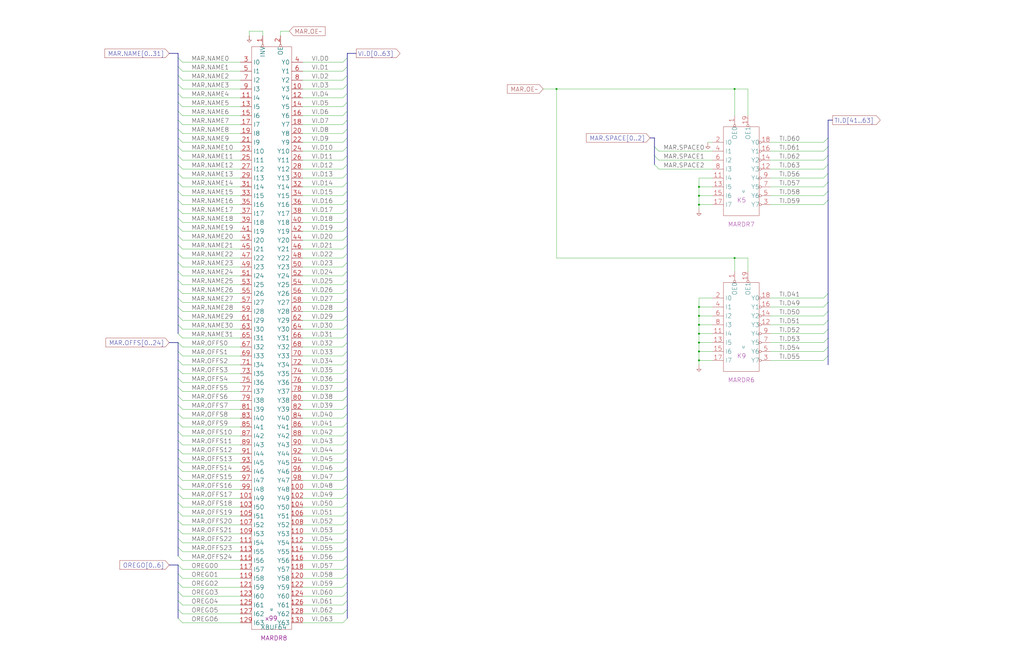
<source format=kicad_sch>
(kicad_sch (version 20220404) (generator eeschema)
  (paper "User" 584.2 378.46)
  (title_block (title "READ MAR DRIVER") (date "20-MAR-90") (rev "1.0") (comment 1 "FIU") (comment 2 "232-003065") (comment 3 "S400") (comment 4 "RELEASED"))
  (lib_symbols
    (symbol "r1000:F240" (pin_names (offset 1.016))
      (property "Reference" "U" (at 2.54 5.08 0))
      (property "Value" "F240" (at -3.81 -7.62 0))
      (property "Location" "___" (at -1.27 0 0))
      (property "Name" "______" (at 1.27 -15.24 0))
      (symbol "F240_1_1"
        (rectangle (start -8.89 41.91) (end 11.43 -8.89))
        (circle (center -2.54 42.545) (radius 0.635))
        (circle (center 5.08 42.545) (radius 0.635))
        (circle (center 12.065 -2.54) (radius 0.635))
        (circle (center 12.065 2.54) (radius 0.635))
        (circle (center 12.065 7.62) (radius 0.635))
        (circle (center 12.065 12.7) (radius 0.635))
        (circle (center 12.065 17.78) (radius 0.635))
        (circle (center 12.065 22.86) (radius 0.635))
        (circle (center 12.065 27.94) (radius 0.635))
        (circle (center 12.065 33.02) (radius 0.635))
        (pin input line (at -2.54 48.26 270) (length 5.08) (name "OE0") (number "1"))
        (pin input line (at -15.24 12.7 0) (length 6.35) (name "I4") (number "11"))
        (pin tri_state line (at 17.78 17.78 180) (length 5.08) (name "Y3") (number "12"))
        (pin input line (at -15.24 7.62 0) (length 6.35) (name "I5") (number "13"))
        (pin tri_state line (at 17.78 22.86 180) (length 5.08) (name "Y2") (number "14"))
        (pin input line (at -15.24 2.54 0) (length 6.35) (name "I6") (number "15"))
        (pin tri_state line (at 17.78 27.94 180) (length 5.08) (name "Y1") (number "16"))
        (pin input line (at -15.24 -2.54 0) (length 6.35) (name "I7") (number "17"))
        (pin tri_state line (at 17.78 33.02 180) (length 5.08) (name "Y0") (number "18"))
        (pin input line (at 5.08 48.26 270) (length 5.08) (name "OE1") (number "19"))
        (pin input line (at -15.24 33.02 0) (length 6.35) (name "I0") (number "2"))
        (pin tri_state line (at 17.78 -2.54 180) (length 5.08) (name "Y7") (number "3"))
        (pin input line (at -15.24 27.94 0) (length 6.35) (name "I1") (number "4"))
        (pin tri_state line (at 17.78 2.54 180) (length 5.08) (name "Y6") (number "5"))
        (pin input line (at -15.24 22.86 0) (length 6.35) (name "I2") (number "6"))
        (pin tri_state line (at 17.78 7.62 180) (length 5.08) (name "Y5") (number "7"))
        (pin input line (at -15.24 17.78 0) (length 6.35) (name "I3") (number "8"))
        (pin tri_state line (at 17.78 12.7 180) (length 5.08) (name "Y4") (number "9"))
      )
    )
    (symbol "r1000:PD" (power) (pin_numbers hide) (pin_names hide) (in_bom no)
      (symbol "PD_0_1"
        (polyline (pts (xy 0 -2.54) (xy 1.27 -2.54) (xy 0 -3.81) (xy -1.27 -2.54) (xy 0 -2.54)) (stroke (width 0.1524)))
      )
      (symbol "PD_1_1"
        (pin power_in line (at 0 0 270) (length 2.54) (name "PD") (number "1"))
      )
    )
    (symbol "r1000:XBUF64" (pin_names (offset 1.016))
      (property "Reference" "U" (at 2.54 5.08 0))
      (property "Value" "XBUF64" (at -3.81 -5.08 0))
      (property "Location" "___" (at -1.27 0 0))
      (property "Name" "______" (at 3.81 -12.7 0))
      (symbol "XBUF64_1_1"
        (rectangle (start -8.89 326.39) (end 13.97 -6.35))
        (circle (center -2.54 327.025) (radius 0.635))
        (circle (center 7.62 327.025) (radius 0.635))
        (pin input line (at -2.54 332.74 270) (length 5.08) (name "INV") (number "1"))
        (pin tri_state line (at 20.32 302.26 180) (length 6.35) (name "Y3") (number "10"))
        (pin tri_state line (at 20.32 73.66 180) (length 6.35) (name "Y48") (number "100"))
        (pin input line (at -15.24 68.58 0) (length 6.35) (name "I49") (number "101"))
        (pin tri_state line (at 20.32 68.58 180) (length 6.35) (name "Y49") (number "102"))
        (pin input line (at -15.24 63.5 0) (length 6.35) (name "I50") (number "103"))
        (pin tri_state line (at 20.32 63.5 180) (length 6.35) (name "Y50") (number "104"))
        (pin input line (at -15.24 58.42 0) (length 6.35) (name "I51") (number "105"))
        (pin tri_state line (at 20.32 58.42 180) (length 6.35) (name "Y51") (number "106"))
        (pin input line (at -15.24 53.34 0) (length 6.35) (name "I52") (number "107"))
        (pin tri_state line (at 20.32 53.34 180) (length 6.35) (name "Y52") (number "108"))
        (pin input line (at -15.24 48.26 0) (length 6.35) (name "I53") (number "109"))
        (pin input line (at -15.24 297.18 0) (length 6.35) (name "I4") (number "11"))
        (pin tri_state line (at 20.32 48.26 180) (length 6.35) (name "Y53") (number "110"))
        (pin input line (at -15.24 43.18 0) (length 6.35) (name "I54") (number "111"))
        (pin tri_state line (at 20.32 43.18 180) (length 6.35) (name "Y54") (number "112"))
        (pin input line (at -15.24 38.1 0) (length 6.35) (name "I55") (number "113"))
        (pin tri_state line (at 20.32 38.1 180) (length 6.35) (name "Y55") (number "114"))
        (pin input line (at -15.24 33.02 0) (length 6.35) (name "I56") (number "115"))
        (pin tri_state line (at 20.32 33.02 180) (length 6.35) (name "Y56") (number "116"))
        (pin input line (at -15.24 27.94 0) (length 6.35) (name "I57") (number "117"))
        (pin tri_state line (at 20.32 27.94 180) (length 6.35) (name "Y57") (number "118"))
        (pin input line (at -15.24 22.86 0) (length 6.35) (name "I58") (number "119"))
        (pin tri_state line (at 20.32 297.18 180) (length 6.35) (name "Y4") (number "12"))
        (pin tri_state line (at 20.32 22.86 180) (length 6.35) (name "Y58") (number "120"))
        (pin input line (at -15.24 17.78 0) (length 6.35) (name "I59") (number "121"))
        (pin tri_state line (at 20.32 17.78 180) (length 6.35) (name "Y59") (number "122"))
        (pin input line (at -15.24 12.7 0) (length 6.35) (name "I60") (number "123"))
        (pin tri_state line (at 20.32 12.7 180) (length 6.35) (name "Y60") (number "124"))
        (pin input line (at -15.24 7.62 0) (length 6.35) (name "I61") (number "125"))
        (pin tri_state line (at 20.32 7.62 180) (length 6.35) (name "Y61") (number "126"))
        (pin input line (at -15.24 2.54 0) (length 6.35) (name "I62") (number "127"))
        (pin tri_state line (at 20.32 2.54 180) (length 6.35) (name "Y62") (number "128"))
        (pin input line (at -15.24 -2.54 0) (length 6.35) (name "I63") (number "129"))
        (pin input line (at -15.24 292.1 0) (length 6.35) (name "I5") (number "13"))
        (pin tri_state line (at 20.32 -2.54 180) (length 6.35) (name "Y63") (number "130"))
        (pin tri_state line (at 20.32 292.1 180) (length 6.35) (name "Y5") (number "14"))
        (pin input line (at -15.24 287.02 0) (length 6.35) (name "I6") (number "15"))
        (pin tri_state line (at 20.32 287.02 180) (length 6.35) (name "Y6") (number "16"))
        (pin input line (at -15.24 281.94 0) (length 6.35) (name "I7") (number "17"))
        (pin tri_state line (at 20.32 281.94 180) (length 6.35) (name "Y7") (number "18"))
        (pin input line (at -15.24 276.86 0) (length 6.35) (name "I8") (number "19"))
        (pin input line (at 7.62 332.74 270) (length 5.08) (name "OE") (number "2"))
        (pin tri_state line (at 20.32 276.86 180) (length 6.35) (name "Y8") (number "20"))
        (pin input line (at -15.24 271.78 0) (length 6.35) (name "I9") (number "21"))
        (pin tri_state line (at 20.32 271.78 180) (length 6.35) (name "Y9") (number "22"))
        (pin input line (at -15.24 266.7 0) (length 6.35) (name "I10") (number "23"))
        (pin tri_state line (at 20.32 266.7 180) (length 6.35) (name "Y10") (number "24"))
        (pin input line (at -15.24 261.62 0) (length 6.35) (name "I11") (number "25"))
        (pin tri_state line (at 20.32 261.62 180) (length 6.35) (name "Y11") (number "26"))
        (pin input line (at -15.24 256.54 0) (length 6.35) (name "I12") (number "27"))
        (pin tri_state line (at 20.32 256.54 180) (length 6.35) (name "Y12") (number "28"))
        (pin input line (at -15.24 251.46 0) (length 6.35) (name "I13") (number "29"))
        (pin input line (at -15.24 317.5 0) (length 6.35) (name "I0") (number "3"))
        (pin tri_state line (at 20.32 251.46 180) (length 6.35) (name "Y13") (number "30"))
        (pin input line (at -15.24 246.38 0) (length 6.35) (name "I14") (number "31"))
        (pin tri_state line (at 20.32 246.38 180) (length 6.35) (name "Y14") (number "32"))
        (pin input line (at -15.24 241.3 0) (length 6.35) (name "I15") (number "33"))
        (pin tri_state line (at 20.32 241.3 180) (length 6.35) (name "Y15") (number "34"))
        (pin input line (at -15.24 236.22 0) (length 6.35) (name "I16") (number "35"))
        (pin tri_state line (at 20.32 236.22 180) (length 6.35) (name "Y16") (number "36"))
        (pin input line (at -15.24 231.14 0) (length 6.35) (name "I17") (number "37"))
        (pin tri_state line (at 20.32 231.14 180) (length 6.35) (name "Y17") (number "38"))
        (pin input line (at -15.24 226.06 0) (length 6.35) (name "I18") (number "39"))
        (pin tri_state line (at 20.32 317.5 180) (length 6.35) (name "Y0") (number "4"))
        (pin tri_state line (at 20.32 226.06 180) (length 6.35) (name "Y18") (number "40"))
        (pin input line (at -15.24 220.98 0) (length 6.35) (name "I19") (number "41"))
        (pin tri_state line (at 20.32 220.98 180) (length 6.35) (name "Y19") (number "42"))
        (pin input line (at -15.24 215.9 0) (length 6.35) (name "I20") (number "43"))
        (pin tri_state line (at 20.32 215.9 180) (length 6.35) (name "Y20") (number "44"))
        (pin input line (at -15.24 210.82 0) (length 6.35) (name "I21") (number "45"))
        (pin tri_state line (at 20.32 210.82 180) (length 6.35) (name "Y21") (number "46"))
        (pin input line (at -15.24 205.74 0) (length 6.35) (name "I22") (number "47"))
        (pin tri_state line (at 20.32 205.74 180) (length 6.35) (name "Y22") (number "48"))
        (pin input line (at -15.24 200.66 0) (length 6.35) (name "I23") (number "49"))
        (pin input line (at -15.24 312.42 0) (length 6.35) (name "I1") (number "5"))
        (pin tri_state line (at 20.32 200.66 180) (length 6.35) (name "Y23") (number "50"))
        (pin input line (at -15.24 195.58 0) (length 6.35) (name "I24") (number "51"))
        (pin tri_state line (at 20.32 195.58 180) (length 6.35) (name "Y24") (number "52"))
        (pin input line (at -15.24 190.5 0) (length 6.35) (name "I25") (number "53"))
        (pin tri_state line (at 20.32 190.5 180) (length 6.35) (name "Y25") (number "54"))
        (pin input line (at -15.24 185.42 0) (length 6.35) (name "I26") (number "55"))
        (pin tri_state line (at 20.32 185.42 180) (length 6.35) (name "Y26") (number "56"))
        (pin input line (at -15.24 180.34 0) (length 6.35) (name "I27") (number "57"))
        (pin tri_state line (at 20.32 180.34 180) (length 6.35) (name "Y27") (number "58"))
        (pin input line (at -15.24 175.26 0) (length 6.35) (name "I28") (number "59"))
        (pin tri_state line (at 20.32 312.42 180) (length 6.35) (name "Y1") (number "6"))
        (pin tri_state line (at 20.32 175.26 180) (length 6.35) (name "Y28") (number "60"))
        (pin input line (at -15.24 170.18 0) (length 6.35) (name "I29") (number "61"))
        (pin tri_state line (at 20.32 170.18 180) (length 6.35) (name "Y29") (number "62"))
        (pin input line (at -15.24 165.1 0) (length 6.35) (name "I30") (number "63"))
        (pin tri_state line (at 20.32 165.1 180) (length 6.35) (name "Y30") (number "64"))
        (pin input line (at -15.24 160.02 0) (length 6.35) (name "I31") (number "65"))
        (pin tri_state line (at 20.32 160.02 180) (length 6.35) (name "Y31") (number "66"))
        (pin input line (at -15.24 154.94 0) (length 6.35) (name "I32") (number "67"))
        (pin tri_state line (at 20.32 154.94 180) (length 6.35) (name "Y32") (number "68"))
        (pin input line (at -15.24 149.86 0) (length 6.35) (name "I33") (number "69"))
        (pin input line (at -15.24 307.34 0) (length 6.35) (name "I2") (number "7"))
        (pin tri_state line (at 20.32 149.86 180) (length 6.35) (name "Y33") (number "70"))
        (pin input line (at -15.24 144.78 0) (length 6.35) (name "I34") (number "71"))
        (pin tri_state line (at 20.32 144.78 180) (length 6.35) (name "Y34") (number "72"))
        (pin input line (at -15.24 139.7 0) (length 6.35) (name "I35") (number "73"))
        (pin tri_state line (at 20.32 139.7 180) (length 6.35) (name "Y35") (number "74"))
        (pin input line (at -15.24 134.62 0) (length 6.35) (name "I36") (number "75"))
        (pin tri_state line (at 20.32 134.62 180) (length 6.35) (name "Y36") (number "76"))
        (pin input line (at -15.24 129.54 0) (length 6.35) (name "I37") (number "77"))
        (pin tri_state line (at 20.32 129.54 180) (length 6.35) (name "Y37") (number "78"))
        (pin input line (at -15.24 124.46 0) (length 6.35) (name "I38") (number "79"))
        (pin tri_state line (at 20.32 307.34 180) (length 6.35) (name "Y2") (number "8"))
        (pin tri_state line (at 20.32 124.46 180) (length 6.35) (name "Y38") (number "80"))
        (pin input line (at -15.24 119.38 0) (length 6.35) (name "I39") (number "81"))
        (pin tri_state line (at 20.32 119.38 180) (length 6.35) (name "Y39") (number "82"))
        (pin input line (at -15.24 114.3 0) (length 6.35) (name "I40") (number "83"))
        (pin tri_state line (at 20.32 114.3 180) (length 6.35) (name "Y40") (number "84"))
        (pin input line (at -15.24 109.22 0) (length 6.35) (name "I41") (number "85"))
        (pin tri_state line (at 20.32 109.22 180) (length 6.35) (name "Y41") (number "86"))
        (pin input line (at -15.24 104.14 0) (length 6.35) (name "I42") (number "87"))
        (pin tri_state line (at 20.32 104.14 180) (length 6.35) (name "Y42") (number "88"))
        (pin input line (at -15.24 99.06 0) (length 6.35) (name "I43") (number "89"))
        (pin input line (at -15.24 302.26 0) (length 6.35) (name "I3") (number "9"))
        (pin tri_state line (at 20.32 99.06 180) (length 6.35) (name "Y43") (number "90"))
        (pin input line (at -15.24 93.98 0) (length 6.35) (name "I44") (number "91"))
        (pin tri_state line (at 20.32 93.98 180) (length 6.35) (name "Y44") (number "92"))
        (pin input line (at -15.24 88.9 0) (length 6.35) (name "I45") (number "93"))
        (pin tri_state line (at 20.32 88.9 180) (length 6.35) (name "Y45") (number "94"))
        (pin input line (at -15.24 83.82 0) (length 6.35) (name "I46") (number "95"))
        (pin tri_state line (at 20.32 83.82 180) (length 6.35) (name "Y46") (number "96"))
        (pin input line (at -15.24 78.74 0) (length 6.35) (name "I47") (number "97"))
        (pin tri_state line (at 20.32 78.74 180) (length 6.35) (name "Y47") (number "98"))
        (pin input line (at -15.24 73.66 0) (length 6.35) (name "I48") (number "99"))
      )
    )
  )
  (junction (at 398.78 195.58))
  (junction (at 398.78 116.84))
  (junction (at 398.78 200.66))
  (junction (at 398.78 106.68))
  (junction (at 317.5 50.8))
  (junction (at 398.78 175.26))
  (junction (at 398.78 111.76))
  (junction (at 398.78 205.74))
  (junction (at 419.1 50.8))
  (junction (at 398.78 185.42))
  (junction (at 398.78 190.5))
  (junction (at 419.1 147.32))
  (junction (at 398.78 180.34))
  (bus_entry (at 101.6 154.94) (size 2.54 2.54))
  (bus_entry (at 198.12 256.54) (size -2.54 2.54))
  (bus_entry (at 198.12 185.42) (size -2.54 2.54))
  (bus_entry (at 198.12 322.58) (size -2.54 2.54))
  (bus_entry (at 198.12 78.74) (size -2.54 2.54))
  (bus_entry (at 472.44 83.82) (size -2.54 2.54))
  (bus_entry (at 101.6 246.38) (size 2.54 2.54))
  (bus_entry (at 101.6 347.98) (size 2.54 2.54))
  (bus_entry (at 198.12 292.1) (size -2.54 2.54))
  (bus_entry (at 101.6 73.66) (size 2.54 2.54))
  (bus_entry (at 101.6 88.9) (size 2.54 2.54))
  (bus_entry (at 101.6 114.3) (size 2.54 2.54))
  (bus_entry (at 198.12 266.7) (size -2.54 2.54))
  (bus_entry (at 101.6 302.26) (size 2.54 2.54))
  (bus_entry (at 101.6 139.7) (size 2.54 2.54))
  (bus_entry (at 101.6 236.22) (size 2.54 2.54))
  (bus_entry (at 101.6 63.5) (size 2.54 2.54))
  (bus_entry (at 198.12 317.5) (size -2.54 2.54))
  (bus_entry (at 472.44 104.14) (size -2.54 2.54))
  (bus_entry (at 198.12 119.38) (size -2.54 2.54))
  (bus_entry (at 198.12 104.14) (size -2.54 2.54))
  (bus_entry (at 101.6 170.18) (size 2.54 2.54))
  (bus_entry (at 198.12 129.54) (size -2.54 2.54))
  (bus_entry (at 101.6 307.34) (size 2.54 2.54))
  (bus_entry (at 101.6 317.5) (size 2.54 2.54))
  (bus_entry (at 101.6 175.26) (size 2.54 2.54))
  (bus_entry (at 101.6 195.58) (size 2.54 2.54))
  (bus_entry (at 198.12 307.34) (size -2.54 2.54))
  (bus_entry (at 472.44 172.72) (size -2.54 2.54))
  (bus_entry (at 198.12 43.18) (size -2.54 2.54))
  (bus_entry (at 198.12 210.82) (size -2.54 2.54))
  (bus_entry (at 198.12 109.22) (size -2.54 2.54))
  (bus_entry (at 101.6 297.18) (size 2.54 2.54))
  (bus_entry (at 373.38 83.82) (size 2.54 2.54))
  (bus_entry (at 101.6 119.38) (size 2.54 2.54))
  (bus_entry (at 101.6 226.06) (size 2.54 2.54))
  (bus_entry (at 198.12 312.42) (size -2.54 2.54))
  (bus_entry (at 101.6 180.34) (size 2.54 2.54))
  (bus_entry (at 198.12 38.1) (size -2.54 2.54))
  (bus_entry (at 472.44 198.12) (size -2.54 2.54))
  (bus_entry (at 198.12 99.06) (size -2.54 2.54))
  (bus_entry (at 101.6 215.9) (size 2.54 2.54))
  (bus_entry (at 101.6 342.9) (size 2.54 2.54))
  (bus_entry (at 472.44 177.8) (size -2.54 2.54))
  (bus_entry (at 101.6 353.06) (size 2.54 2.54))
  (bus_entry (at 198.12 215.9) (size -2.54 2.54))
  (bus_entry (at 373.38 88.9) (size 2.54 2.54))
  (bus_entry (at 198.12 48.26) (size -2.54 2.54))
  (bus_entry (at 101.6 200.66) (size 2.54 2.54))
  (bus_entry (at 101.6 266.7) (size 2.54 2.54))
  (bus_entry (at 101.6 33.02) (size 2.54 2.54))
  (bus_entry (at 198.12 63.5) (size -2.54 2.54))
  (bus_entry (at 101.6 220.98) (size 2.54 2.54))
  (bus_entry (at 198.12 33.02) (size -2.54 2.54))
  (bus_entry (at 198.12 144.78) (size -2.54 2.54))
  (bus_entry (at 198.12 93.98) (size -2.54 2.54))
  (bus_entry (at 101.6 281.94) (size 2.54 2.54))
  (bus_entry (at 198.12 134.62) (size -2.54 2.54))
  (bus_entry (at 198.12 195.58) (size -2.54 2.54))
  (bus_entry (at 101.6 241.3) (size 2.54 2.54))
  (bus_entry (at 472.44 193.04) (size -2.54 2.54))
  (bus_entry (at 198.12 139.7) (size -2.54 2.54))
  (bus_entry (at 101.6 38.1) (size 2.54 2.54))
  (bus_entry (at 198.12 337.82) (size -2.54 2.54))
  (bus_entry (at 101.6 109.22) (size 2.54 2.54))
  (bus_entry (at 198.12 226.06) (size -2.54 2.54))
  (bus_entry (at 198.12 190.5) (size -2.54 2.54))
  (bus_entry (at 198.12 83.82) (size -2.54 2.54))
  (bus_entry (at 198.12 165.1) (size -2.54 2.54))
  (bus_entry (at 101.6 205.74) (size 2.54 2.54))
  (bus_entry (at 472.44 88.9) (size -2.54 2.54))
  (bus_entry (at 101.6 251.46) (size 2.54 2.54))
  (bus_entry (at 472.44 93.98) (size -2.54 2.54))
  (bus_entry (at 198.12 231.14) (size -2.54 2.54))
  (bus_entry (at 101.6 124.46) (size 2.54 2.54))
  (bus_entry (at 472.44 187.96) (size -2.54 2.54))
  (bus_entry (at 101.6 144.78) (size 2.54 2.54))
  (bus_entry (at 101.6 160.02) (size 2.54 2.54))
  (bus_entry (at 198.12 271.78) (size -2.54 2.54))
  (bus_entry (at 101.6 185.42) (size 2.54 2.54))
  (bus_entry (at 198.12 276.86) (size -2.54 2.54))
  (bus_entry (at 101.6 271.78) (size 2.54 2.54))
  (bus_entry (at 101.6 93.98) (size 2.54 2.54))
  (bus_entry (at 101.6 327.66) (size 2.54 2.54))
  (bus_entry (at 198.12 58.42) (size -2.54 2.54))
  (bus_entry (at 101.6 83.82) (size 2.54 2.54))
  (bus_entry (at 101.6 210.82) (size 2.54 2.54))
  (bus_entry (at 198.12 160.02) (size -2.54 2.54))
  (bus_entry (at 198.12 261.62) (size -2.54 2.54))
  (bus_entry (at 101.6 58.42) (size 2.54 2.54))
  (bus_entry (at 101.6 292.1) (size 2.54 2.54))
  (bus_entry (at 101.6 149.86) (size 2.54 2.54))
  (bus_entry (at 101.6 104.14) (size 2.54 2.54))
  (bus_entry (at 198.12 332.74) (size -2.54 2.54))
  (bus_entry (at 198.12 220.98) (size -2.54 2.54))
  (bus_entry (at 101.6 129.54) (size 2.54 2.54))
  (bus_entry (at 198.12 246.38) (size -2.54 2.54))
  (bus_entry (at 198.12 287.02) (size -2.54 2.54))
  (bus_entry (at 101.6 68.58) (size 2.54 2.54))
  (bus_entry (at 101.6 43.18) (size 2.54 2.54))
  (bus_entry (at 101.6 231.14) (size 2.54 2.54))
  (bus_entry (at 198.12 297.18) (size -2.54 2.54))
  (bus_entry (at 198.12 353.06) (size -2.54 2.54))
  (bus_entry (at 198.12 241.3) (size -2.54 2.54))
  (bus_entry (at 198.12 200.66) (size -2.54 2.54))
  (bus_entry (at 198.12 88.9) (size -2.54 2.54))
  (bus_entry (at 198.12 302.26) (size -2.54 2.54))
  (bus_entry (at 198.12 236.22) (size -2.54 2.54))
  (bus_entry (at 472.44 109.22) (size -2.54 2.54))
  (bus_entry (at 101.6 322.58) (size 2.54 2.54))
  (bus_entry (at 101.6 312.42) (size 2.54 2.54))
  (bus_entry (at 198.12 124.46) (size -2.54 2.54))
  (bus_entry (at 472.44 182.88) (size -2.54 2.54))
  (bus_entry (at 101.6 337.82) (size 2.54 2.54))
  (bus_entry (at 198.12 53.34) (size -2.54 2.54))
  (bus_entry (at 101.6 53.34) (size 2.54 2.54))
  (bus_entry (at 101.6 78.74) (size 2.54 2.54))
  (bus_entry (at 472.44 114.3) (size -2.54 2.54))
  (bus_entry (at 198.12 251.46) (size -2.54 2.54))
  (bus_entry (at 101.6 276.86) (size 2.54 2.54))
  (bus_entry (at 101.6 190.5) (size 2.54 2.54))
  (bus_entry (at 101.6 256.54) (size 2.54 2.54))
  (bus_entry (at 198.12 68.58) (size -2.54 2.54))
  (bus_entry (at 198.12 205.74) (size -2.54 2.54))
  (bus_entry (at 198.12 175.26) (size -2.54 2.54))
  (bus_entry (at 101.6 165.1) (size 2.54 2.54))
  (bus_entry (at 198.12 170.18) (size -2.54 2.54))
  (bus_entry (at 101.6 332.74) (size 2.54 2.54))
  (bus_entry (at 472.44 203.2) (size -2.54 2.54))
  (bus_entry (at 198.12 149.86) (size -2.54 2.54))
  (bus_entry (at 198.12 180.34) (size -2.54 2.54))
  (bus_entry (at 101.6 287.02) (size 2.54 2.54))
  (bus_entry (at 198.12 327.66) (size -2.54 2.54))
  (bus_entry (at 472.44 99.06) (size -2.54 2.54))
  (bus_entry (at 198.12 347.98) (size -2.54 2.54))
  (bus_entry (at 472.44 167.64) (size -2.54 2.54))
  (bus_entry (at 198.12 342.9) (size -2.54 2.54))
  (bus_entry (at 198.12 73.66) (size -2.54 2.54))
  (bus_entry (at 101.6 48.26) (size 2.54 2.54))
  (bus_entry (at 198.12 114.3) (size -2.54 2.54))
  (bus_entry (at 101.6 99.06) (size 2.54 2.54))
  (bus_entry (at 198.12 281.94) (size -2.54 2.54))
  (bus_entry (at 101.6 261.62) (size 2.54 2.54))
  (bus_entry (at 373.38 93.98) (size 2.54 2.54))
  (bus_entry (at 472.44 78.74) (size -2.54 2.54))
  (bus_entry (at 101.6 134.62) (size 2.54 2.54))
  (bus_entry (at 198.12 154.94) (size -2.54 2.54))
  (wire (pts (xy 172.72 162.56) (xy 195.58 162.56)))
  (bus (pts (xy 101.6 287.02) (xy 101.6 292.1)))
  (bus (pts (xy 198.12 236.22) (xy 198.12 241.3)))
  (wire (pts (xy 172.72 299.72) (xy 195.58 299.72)))
  (wire (pts (xy 104.14 162.56) (xy 137.16 162.56)))
  (wire (pts (xy 195.58 91.44) (xy 172.72 91.44)))
  (wire (pts (xy 104.14 111.76) (xy 137.16 111.76)))
  (wire (pts (xy 172.72 289.56) (xy 195.58 289.56)))
  (bus (pts (xy 472.44 187.96) (xy 472.44 193.04)))
  (wire (pts (xy 398.78 106.68) (xy 398.78 111.76)))
  (bus (pts (xy 101.6 73.66) (xy 101.6 78.74)))
  (bus (pts (xy 198.12 83.82) (xy 198.12 88.9)))
  (bus (pts (xy 101.6 347.98) (xy 101.6 353.06)))
  (bus (pts (xy 472.44 198.12) (xy 472.44 203.2)))
  (wire (pts (xy 104.14 218.44) (xy 137.16 218.44)))
  (wire (pts (xy 172.72 45.72) (xy 195.58 45.72)))
  (bus (pts (xy 198.12 241.3) (xy 198.12 246.38)))
  (bus (pts (xy 101.6 109.22) (xy 101.6 114.3)))
  (wire (pts (xy 375.92 96.52) (xy 406.4 96.52)))
  (wire (pts (xy 104.14 248.92) (xy 137.16 248.92)))
  (wire (pts (xy 439.42 205.74) (xy 469.9 205.74)))
  (bus (pts (xy 472.44 193.04) (xy 472.44 198.12)))
  (bus (pts (xy 101.6 261.62) (xy 101.6 266.7)))
  (bus (pts (xy 472.44 68.58) (xy 474.98 68.58)))
  (wire (pts (xy 172.72 121.92) (xy 195.58 121.92)))
  (wire (pts (xy 317.5 50.8) (xy 419.1 50.8)))
  (bus (pts (xy 101.6 99.06) (xy 101.6 104.14)))
  (wire (pts (xy 104.14 137.16) (xy 137.16 137.16)))
  (wire (pts (xy 104.14 228.6) (xy 137.16 228.6)))
  (wire (pts (xy 439.42 195.58) (xy 469.9 195.58)))
  (wire (pts (xy 398.78 195.58) (xy 398.78 200.66)))
  (wire (pts (xy 439.42 116.84) (xy 469.9 116.84)))
  (bus (pts (xy 101.6 297.18) (xy 101.6 302.26)))
  (wire (pts (xy 104.14 50.8) (xy 137.16 50.8)))
  (bus (pts (xy 101.6 43.18) (xy 101.6 48.26)))
  (wire (pts (xy 406.4 170.18) (xy 398.78 170.18)))
  (bus (pts (xy 101.6 292.1) (xy 101.6 297.18)))
  (wire (pts (xy 104.14 320.04) (xy 137.16 320.04)))
  (wire (pts (xy 172.72 208.28) (xy 195.58 208.28)))
  (wire (pts (xy 398.78 106.68) (xy 406.4 106.68)))
  (bus (pts (xy 198.12 119.38) (xy 198.12 124.46)))
  (wire (pts (xy 172.72 259.08) (xy 195.58 259.08)))
  (wire (pts (xy 439.42 96.52) (xy 469.9 96.52)))
  (bus (pts (xy 101.6 30.48) (xy 101.6 33.02)))
  (wire (pts (xy 104.14 289.56) (xy 137.16 289.56)))
  (wire (pts (xy 398.78 175.26) (xy 398.78 180.34)))
  (wire (pts (xy 398.78 205.74) (xy 398.78 208.28)))
  (bus (pts (xy 198.12 281.94) (xy 198.12 287.02)))
  (wire (pts (xy 172.72 309.88) (xy 195.58 309.88)))
  (bus (pts (xy 198.12 154.94) (xy 198.12 160.02)))
  (bus (pts (xy 101.6 119.38) (xy 101.6 124.46)))
  (bus (pts (xy 101.6 246.38) (xy 101.6 251.46)))
  (bus (pts (xy 101.6 342.9) (xy 101.6 347.98)))
  (wire (pts (xy 172.72 228.6) (xy 195.58 228.6)))
  (wire (pts (xy 104.14 40.64) (xy 137.16 40.64)))
  (wire (pts (xy 172.72 238.76) (xy 195.58 238.76)))
  (wire (pts (xy 104.14 340.36) (xy 137.16 340.36)))
  (bus (pts (xy 198.12 43.18) (xy 198.12 48.26)))
  (bus (pts (xy 101.6 88.9) (xy 101.6 93.98)))
  (bus (pts (xy 101.6 266.7) (xy 101.6 271.78)))
  (wire (pts (xy 172.72 274.32) (xy 195.58 274.32)))
  (wire (pts (xy 309.88 50.8) (xy 317.5 50.8)))
  (bus (pts (xy 198.12 160.02) (xy 198.12 165.1)))
  (bus (pts (xy 198.12 317.5) (xy 198.12 322.58)))
  (bus (pts (xy 101.6 83.82) (xy 101.6 88.9)))
  (bus (pts (xy 101.6 144.78) (xy 101.6 149.86)))
  (bus (pts (xy 101.6 251.46) (xy 101.6 256.54)))
  (bus (pts (xy 101.6 104.14) (xy 101.6 109.22)))
  (wire (pts (xy 104.14 86.36) (xy 137.16 86.36)))
  (bus (pts (xy 198.12 302.26) (xy 198.12 307.34)))
  (wire (pts (xy 104.14 350.52) (xy 137.16 350.52)))
  (wire (pts (xy 426.72 66.04) (xy 426.72 50.8)))
  (wire (pts (xy 104.14 127) (xy 137.16 127)))
  (bus (pts (xy 101.6 220.98) (xy 101.6 226.06)))
  (wire (pts (xy 172.72 40.64) (xy 195.58 40.64)))
  (bus (pts (xy 101.6 195.58) (xy 101.6 200.66)))
  (bus (pts (xy 101.6 180.34) (xy 101.6 185.42)))
  (wire (pts (xy 104.14 106.68) (xy 137.16 106.68)))
  (wire (pts (xy 172.72 71.12) (xy 195.58 71.12)))
  (wire (pts (xy 104.14 233.68) (xy 137.16 233.68)))
  (bus (pts (xy 198.12 48.26) (xy 198.12 53.34)))
  (bus (pts (xy 101.6 134.62) (xy 101.6 139.7)))
  (bus (pts (xy 101.6 276.86) (xy 101.6 281.94)))
  (bus (pts (xy 101.6 231.14) (xy 101.6 236.22)))
  (wire (pts (xy 398.78 200.66) (xy 406.4 200.66)))
  (wire (pts (xy 172.72 142.24) (xy 195.58 142.24)))
  (bus (pts (xy 198.12 114.3) (xy 198.12 119.38)))
  (wire (pts (xy 104.14 309.88) (xy 137.16 309.88)))
  (bus (pts (xy 101.6 175.26) (xy 101.6 180.34)))
  (wire (pts (xy 104.14 345.44) (xy 137.16 345.44)))
  (wire (pts (xy 419.1 147.32) (xy 419.1 154.94)))
  (wire (pts (xy 398.78 175.26) (xy 406.4 175.26)))
  (bus (pts (xy 101.6 33.02) (xy 101.6 38.1)))
  (wire (pts (xy 104.14 325.12) (xy 137.16 325.12)))
  (bus (pts (xy 198.12 210.82) (xy 198.12 215.9)))
  (wire (pts (xy 104.14 35.56) (xy 137.16 35.56)))
  (wire (pts (xy 172.72 167.64) (xy 195.58 167.64)))
  (wire (pts (xy 104.14 96.52) (xy 137.16 96.52)))
  (wire (pts (xy 398.78 195.58) (xy 406.4 195.58)))
  (wire (pts (xy 172.72 137.16) (xy 195.58 137.16)))
  (bus (pts (xy 472.44 167.64) (xy 472.44 172.72)))
  (bus (pts (xy 198.12 180.34) (xy 198.12 185.42)))
  (wire (pts (xy 439.42 81.28) (xy 469.9 81.28)))
  (wire (pts (xy 398.78 185.42) (xy 398.78 190.5)))
  (bus (pts (xy 472.44 88.9) (xy 472.44 93.98)))
  (wire (pts (xy 172.72 127) (xy 195.58 127)))
  (bus (pts (xy 101.6 241.3) (xy 101.6 246.38)))
  (bus (pts (xy 198.12 109.22) (xy 198.12 114.3)))
  (wire (pts (xy 172.72 320.04) (xy 195.58 320.04)))
  (bus (pts (xy 373.38 83.82) (xy 373.38 88.9)))
  (wire (pts (xy 172.72 198.12) (xy 195.58 198.12)))
  (wire (pts (xy 439.42 185.42) (xy 469.9 185.42)))
  (bus (pts (xy 101.6 149.86) (xy 101.6 154.94)))
  (wire (pts (xy 398.78 170.18) (xy 398.78 175.26)))
  (wire (pts (xy 172.72 152.4) (xy 195.58 152.4)))
  (wire (pts (xy 398.78 101.6) (xy 398.78 106.68)))
  (wire (pts (xy 104.14 223.52) (xy 137.16 223.52)))
  (wire (pts (xy 419.1 50.8) (xy 419.1 66.04)))
  (bus (pts (xy 101.6 170.18) (xy 101.6 175.26)))
  (bus (pts (xy 198.12 33.02) (xy 198.12 38.1)))
  (wire (pts (xy 172.72 223.52) (xy 195.58 223.52)))
  (bus (pts (xy 472.44 83.82) (xy 472.44 88.9)))
  (wire (pts (xy 172.72 55.88) (xy 195.58 55.88)))
  (wire (pts (xy 172.72 330.2) (xy 195.58 330.2)))
  (wire (pts (xy 104.14 208.28) (xy 137.16 208.28)))
  (wire (pts (xy 104.14 264.16) (xy 137.16 264.16)))
  (wire (pts (xy 195.58 345.44) (xy 172.72 345.44)))
  (wire (pts (xy 104.14 238.76) (xy 137.16 238.76)))
  (wire (pts (xy 172.72 81.28) (xy 195.58 81.28)))
  (bus (pts (xy 198.12 93.98) (xy 198.12 99.06)))
  (wire (pts (xy 149.86 17.78) (xy 149.86 20.32)))
  (bus (pts (xy 472.44 172.72) (xy 472.44 177.8)))
  (wire (pts (xy 172.72 284.48) (xy 195.58 284.48)))
  (wire (pts (xy 439.42 190.5) (xy 469.9 190.5)))
  (bus (pts (xy 472.44 182.88) (xy 472.44 187.96)))
  (bus (pts (xy 101.6 200.66) (xy 101.6 205.74)))
  (wire (pts (xy 172.72 187.96) (xy 195.58 187.96)))
  (wire (pts (xy 172.72 147.32) (xy 195.58 147.32)))
  (bus (pts (xy 198.12 124.46) (xy 198.12 129.54)))
  (bus (pts (xy 101.6 93.98) (xy 101.6 99.06)))
  (bus (pts (xy 198.12 144.78) (xy 198.12 149.86)))
  (bus (pts (xy 198.12 287.02) (xy 198.12 292.1)))
  (bus (pts (xy 198.12 190.5) (xy 198.12 195.58)))
  (wire (pts (xy 172.72 294.64) (xy 195.58 294.64)))
  (bus (pts (xy 198.12 347.98) (xy 198.12 353.06)))
  (wire (pts (xy 104.14 147.32) (xy 137.16 147.32)))
  (bus (pts (xy 370.84 78.74) (xy 373.38 78.74)))
  (bus (pts (xy 198.12 129.54) (xy 198.12 134.62)))
  (wire (pts (xy 426.72 154.94) (xy 426.72 147.32)))
  (wire (pts (xy 398.78 190.5) (xy 406.4 190.5)))
  (bus (pts (xy 198.12 342.9) (xy 198.12 347.98)))
  (bus (pts (xy 101.6 53.34) (xy 101.6 58.42)))
  (wire (pts (xy 104.14 172.72) (xy 137.16 172.72)))
  (wire (pts (xy 172.72 66.04) (xy 195.58 66.04)))
  (bus (pts (xy 472.44 177.8) (xy 472.44 182.88)))
  (wire (pts (xy 172.72 35.56) (xy 195.58 35.56)))
  (wire (pts (xy 172.72 264.16) (xy 195.58 264.16)))
  (wire (pts (xy 172.72 116.84) (xy 195.58 116.84)))
  (bus (pts (xy 101.6 58.42) (xy 101.6 63.5)))
  (wire (pts (xy 104.14 198.12) (xy 137.16 198.12)))
  (wire (pts (xy 439.42 175.26) (xy 469.9 175.26)))
  (bus (pts (xy 373.38 78.74) (xy 373.38 83.82)))
  (wire (pts (xy 104.14 182.88) (xy 137.16 182.88)))
  (wire (pts (xy 104.14 76.2) (xy 137.16 76.2)))
  (wire (pts (xy 375.92 86.36) (xy 406.4 86.36)))
  (wire (pts (xy 195.58 350.52) (xy 172.72 350.52)))
  (bus (pts (xy 101.6 38.1) (xy 101.6 43.18)))
  (bus (pts (xy 472.44 104.14) (xy 472.44 109.22)))
  (bus (pts (xy 198.12 312.42) (xy 198.12 317.5)))
  (bus (pts (xy 101.6 205.74) (xy 101.6 210.82)))
  (wire (pts (xy 398.78 180.34) (xy 398.78 185.42)))
  (bus (pts (xy 198.12 337.82) (xy 198.12 342.9)))
  (bus (pts (xy 198.12 68.58) (xy 198.12 73.66)))
  (wire (pts (xy 172.72 203.2) (xy 195.58 203.2)))
  (bus (pts (xy 96.52 322.58) (xy 101.6 322.58)))
  (wire (pts (xy 104.14 284.48) (xy 137.16 284.48)))
  (wire (pts (xy 398.78 116.84) (xy 406.4 116.84)))
  (wire (pts (xy 172.72 111.76) (xy 195.58 111.76)))
  (wire (pts (xy 104.14 91.44) (xy 137.16 91.44)))
  (wire (pts (xy 172.72 269.24) (xy 195.58 269.24)))
  (wire (pts (xy 195.58 254) (xy 172.72 254)))
  (wire (pts (xy 104.14 213.36) (xy 137.16 213.36)))
  (bus (pts (xy 472.44 109.22) (xy 472.44 114.3)))
  (wire (pts (xy 398.78 180.34) (xy 406.4 180.34)))
  (wire (pts (xy 172.72 304.8) (xy 195.58 304.8)))
  (bus (pts (xy 198.12 175.26) (xy 198.12 180.34)))
  (bus (pts (xy 472.44 99.06) (xy 472.44 104.14)))
  (wire (pts (xy 104.14 269.24) (xy 137.16 269.24)))
  (bus (pts (xy 101.6 114.3) (xy 101.6 119.38)))
  (wire (pts (xy 172.72 233.68) (xy 195.58 233.68)))
  (bus (pts (xy 101.6 281.94) (xy 101.6 287.02)))
  (bus (pts (xy 101.6 129.54) (xy 101.6 134.62)))
  (wire (pts (xy 398.78 200.66) (xy 398.78 205.74)))
  (wire (pts (xy 172.72 101.6) (xy 195.58 101.6)))
  (bus (pts (xy 198.12 195.58) (xy 198.12 200.66)))
  (bus (pts (xy 198.12 226.06) (xy 198.12 231.14)))
  (wire (pts (xy 172.72 60.96) (xy 195.58 60.96)))
  (wire (pts (xy 398.78 111.76) (xy 398.78 116.84)))
  (wire (pts (xy 172.72 355.6) (xy 195.58 355.6)))
  (bus (pts (xy 101.6 215.9) (xy 101.6 220.98)))
  (wire (pts (xy 172.72 50.8) (xy 195.58 50.8)))
  (wire (pts (xy 375.92 91.44) (xy 406.4 91.44)))
  (wire (pts (xy 172.72 96.52) (xy 195.58 96.52)))
  (bus (pts (xy 198.12 53.34) (xy 198.12 58.42)))
  (wire (pts (xy 104.14 116.84) (xy 137.16 116.84)))
  (bus (pts (xy 96.52 30.48) (xy 101.6 30.48)))
  (wire (pts (xy 403.86 81.28) (xy 406.4 81.28)))
  (wire (pts (xy 104.14 330.2) (xy 137.16 330.2)))
  (bus (pts (xy 101.6 210.82) (xy 101.6 215.9)))
  (bus (pts (xy 198.12 200.66) (xy 198.12 205.74)))
  (bus (pts (xy 198.12 261.62) (xy 198.12 266.7)))
  (bus (pts (xy 101.6 78.74) (xy 101.6 83.82)))
  (wire (pts (xy 104.14 299.72) (xy 137.16 299.72)))
  (bus (pts (xy 101.6 236.22) (xy 101.6 241.3)))
  (wire (pts (xy 172.72 340.36) (xy 195.58 340.36)))
  (bus (pts (xy 198.12 185.42) (xy 198.12 190.5)))
  (bus (pts (xy 101.6 226.06) (xy 101.6 231.14)))
  (bus (pts (xy 101.6 307.34) (xy 101.6 312.42)))
  (bus (pts (xy 198.12 246.38) (xy 198.12 251.46)))
  (wire (pts (xy 104.14 193.04) (xy 137.16 193.04)))
  (bus (pts (xy 198.12 63.5) (xy 198.12 68.58)))
  (bus (pts (xy 198.12 292.1) (xy 198.12 297.18)))
  (wire (pts (xy 172.72 132.08) (xy 195.58 132.08)))
  (bus (pts (xy 198.12 73.66) (xy 198.12 78.74)))
  (wire (pts (xy 398.78 111.76) (xy 406.4 111.76)))
  (wire (pts (xy 439.42 106.68) (xy 469.9 106.68)))
  (bus (pts (xy 198.12 99.06) (xy 198.12 104.14)))
  (bus (pts (xy 198.12 332.74) (xy 198.12 337.82)))
  (wire (pts (xy 172.72 213.36) (xy 195.58 213.36)))
  (bus (pts (xy 198.12 251.46) (xy 198.12 256.54)))
  (bus (pts (xy 101.6 139.7) (xy 101.6 144.78)))
  (bus (pts (xy 198.12 205.74) (xy 198.12 210.82)))
  (wire (pts (xy 172.72 157.48) (xy 195.58 157.48)))
  (wire (pts (xy 172.72 182.88) (xy 195.58 182.88)))
  (wire (pts (xy 439.42 101.6) (xy 469.9 101.6)))
  (bus (pts (xy 101.6 337.82) (xy 101.6 342.9)))
  (bus (pts (xy 101.6 327.66) (xy 101.6 332.74)))
  (bus (pts (xy 198.12 139.7) (xy 198.12 144.78)))
  (wire (pts (xy 439.42 170.18) (xy 469.9 170.18)))
  (bus (pts (xy 198.12 170.18) (xy 198.12 175.26)))
  (wire (pts (xy 317.5 147.32) (xy 317.5 50.8)))
  (bus (pts (xy 101.6 124.46) (xy 101.6 129.54)))
  (wire (pts (xy 439.42 200.66) (xy 469.9 200.66)))
  (bus (pts (xy 198.12 165.1) (xy 198.12 170.18)))
  (wire (pts (xy 172.72 325.12) (xy 195.58 325.12)))
  (wire (pts (xy 439.42 180.34) (xy 469.9 180.34)))
  (bus (pts (xy 198.12 276.86) (xy 198.12 281.94)))
  (wire (pts (xy 172.72 177.8) (xy 195.58 177.8)))
  (wire (pts (xy 104.14 55.88) (xy 137.16 55.88)))
  (bus (pts (xy 472.44 93.98) (xy 472.44 99.06)))
  (bus (pts (xy 198.12 30.48) (xy 198.12 33.02)))
  (wire (pts (xy 104.14 142.24) (xy 137.16 142.24)))
  (bus (pts (xy 198.12 58.42) (xy 198.12 63.5)))
  (wire (pts (xy 439.42 86.36) (xy 469.9 86.36)))
  (wire (pts (xy 172.72 314.96) (xy 195.58 314.96)))
  (wire (pts (xy 104.14 167.64) (xy 137.16 167.64)))
  (wire (pts (xy 172.72 172.72) (xy 195.58 172.72)))
  (bus (pts (xy 101.6 63.5) (xy 101.6 68.58)))
  (wire (pts (xy 398.78 185.42) (xy 406.4 185.42)))
  (wire (pts (xy 104.14 355.6) (xy 137.16 355.6)))
  (wire (pts (xy 104.14 254) (xy 137.16 254)))
  (wire (pts (xy 195.58 218.44) (xy 172.72 218.44)))
  (wire (pts (xy 406.4 101.6) (xy 398.78 101.6)))
  (bus (pts (xy 101.6 68.58) (xy 101.6 73.66)))
  (wire (pts (xy 419.1 147.32) (xy 317.5 147.32)))
  (wire (pts (xy 104.14 279.4) (xy 137.16 279.4)))
  (bus (pts (xy 203.2 30.48) (xy 198.12 30.48)))
  (wire (pts (xy 104.14 157.48) (xy 137.16 157.48)))
  (bus (pts (xy 101.6 312.42) (xy 101.6 317.5)))
  (wire (pts (xy 104.14 274.32) (xy 137.16 274.32)))
  (wire (pts (xy 439.42 111.76) (xy 469.9 111.76)))
  (wire (pts (xy 172.72 76.2) (xy 195.58 76.2)))
  (bus (pts (xy 101.6 271.78) (xy 101.6 276.86)))
  (wire (pts (xy 172.72 106.68) (xy 195.58 106.68)))
  (wire (pts (xy 104.14 203.2) (xy 137.16 203.2)))
  (bus (pts (xy 101.6 165.1) (xy 101.6 170.18)))
  (bus (pts (xy 198.12 215.9) (xy 198.12 220.98)))
  (wire (pts (xy 104.14 71.12) (xy 137.16 71.12)))
  (bus (pts (xy 101.6 302.26) (xy 101.6 307.34)))
  (bus (pts (xy 472.44 68.58) (xy 472.44 78.74)))
  (wire (pts (xy 104.14 152.4) (xy 137.16 152.4)))
  (bus (pts (xy 472.44 203.2) (xy 472.44 208.28)))
  (wire (pts (xy 104.14 335.28) (xy 137.16 335.28)))
  (wire (pts (xy 104.14 243.84) (xy 137.16 243.84)))
  (wire (pts (xy 439.42 91.44) (xy 469.9 91.44)))
  (wire (pts (xy 172.72 193.04) (xy 195.58 193.04)))
  (wire (pts (xy 172.72 248.92) (xy 195.58 248.92)))
  (bus (pts (xy 198.12 322.58) (xy 198.12 327.66)))
  (bus (pts (xy 198.12 220.98) (xy 198.12 226.06)))
  (wire (pts (xy 142.24 20.32) (xy 142.24 17.78)))
  (wire (pts (xy 142.24 17.78) (xy 149.86 17.78)))
  (wire (pts (xy 104.14 259.08) (xy 137.16 259.08)))
  (wire (pts (xy 104.14 294.64) (xy 137.16 294.64)))
  (bus (pts (xy 198.12 297.18) (xy 198.12 302.26)))
  (bus (pts (xy 101.6 154.94) (xy 101.6 160.02)))
  (bus (pts (xy 198.12 307.34) (xy 198.12 312.42)))
  (wire (pts (xy 104.14 45.72) (xy 137.16 45.72)))
  (bus (pts (xy 101.6 160.02) (xy 101.6 165.1)))
  (wire (pts (xy 104.14 66.04) (xy 137.16 66.04)))
  (wire (pts (xy 104.14 101.6) (xy 137.16 101.6)))
  (wire (pts (xy 398.78 190.5) (xy 398.78 195.58)))
  (wire (pts (xy 172.72 86.36) (xy 195.58 86.36)))
  (bus (pts (xy 101.6 48.26) (xy 101.6 53.34)))
  (bus (pts (xy 96.52 195.58) (xy 101.6 195.58)))
  (wire (pts (xy 165.1 17.78) (xy 160.02 17.78)))
  (bus (pts (xy 198.12 256.54) (xy 198.12 261.62)))
  (bus (pts (xy 198.12 271.78) (xy 198.12 276.86)))
  (bus (pts (xy 198.12 266.7) (xy 198.12 271.78)))
  (wire (pts (xy 172.72 335.28) (xy 195.58 335.28)))
  (wire (pts (xy 104.14 121.92) (xy 137.16 121.92)))
  (wire (pts (xy 426.72 147.32) (xy 419.1 147.32)))
  (wire (pts (xy 398.78 116.84) (xy 398.78 119.38)))
  (wire (pts (xy 172.72 279.4) (xy 195.58 279.4)))
  (wire (pts (xy 398.78 205.74) (xy 406.4 205.74)))
  (bus (pts (xy 198.12 231.14) (xy 198.12 236.22)))
  (wire (pts (xy 104.14 81.28) (xy 137.16 81.28)))
  (bus (pts (xy 198.12 327.66) (xy 198.12 332.74)))
  (wire (pts (xy 160.02 17.78) (xy 160.02 20.32)))
  (wire (pts (xy 104.14 132.08) (xy 137.16 132.08)))
  (bus (pts (xy 472.44 78.74) (xy 472.44 83.82)))
  (bus (pts (xy 101.6 185.42) (xy 101.6 190.5)))
  (wire (pts (xy 172.72 243.84) (xy 195.58 243.84)))
  (wire (pts (xy 104.14 60.96) (xy 137.16 60.96)))
  (bus (pts (xy 198.12 78.74) (xy 198.12 83.82)))
  (wire (pts (xy 104.14 314.96) (xy 137.16 314.96)))
  (bus (pts (xy 198.12 104.14) (xy 198.12 109.22)))
  (bus (pts (xy 101.6 256.54) (xy 101.6 261.62)))
  (wire (pts (xy 104.14 177.8) (xy 137.16 177.8)))
  (wire (pts (xy 419.1 50.8) (xy 426.72 50.8)))
  (wire (pts (xy 104.14 304.8) (xy 137.16 304.8)))
  (wire (pts (xy 104.14 187.96) (xy 137.16 187.96)))
  (bus (pts (xy 198.12 149.86) (xy 198.12 154.94)))
  (bus (pts (xy 373.38 88.9) (xy 373.38 93.98)))
  (bus (pts (xy 198.12 134.62) (xy 198.12 139.7)))
  (bus (pts (xy 101.6 332.74) (xy 101.6 337.82)))
  (bus (pts (xy 472.44 114.3) (xy 472.44 167.64)))
  (bus (pts (xy 101.6 322.58) (xy 101.6 327.66)))
  (bus (pts (xy 198.12 38.1) (xy 198.12 43.18)))
  (bus (pts (xy 198.12 88.9) (xy 198.12 93.98)))
  (label "MAR.OFFS2" (at 109.22 208.28 0) (effects (font (size 2.54 2.54))))
  (label "TI.D59" (at 444.5 116.84 0) (effects (font (size 2.54 2.54))))
  (label "VI.D4" (at 177.8 55.88 0) (effects (font (size 2.54 2.54))))
  (label "MAR.OFFS10" (at 109.22 248.92 0) (effects (font (size 2.54 2.54))))
  (label "MAR.OFFS21" (at 109.22 304.8 0) (effects (font (size 2.54 2.54))))
  (label "VI.D43" (at 177.8 254 0) (effects (font (size 2.54 2.54))))
  (label "MAR.OFFS1" (at 109.22 203.2 0) (effects (font (size 2.54 2.54))))
  (label "VI.D26" (at 177.8 167.64 0) (effects (font (size 2.54 2.54))))
  (label "TI.D60" (at 444.5 81.28 0) (effects (font (size 2.54 2.54))))
  (label "OREGO0" (at 109.22 325.12 0) (effects (font (size 2.54 2.54))))
  (label "MAR.NAME28" (at 109.22 177.8 0) (effects (font (size 2.54 2.54))))
  (label "VI.D39" (at 177.8 233.68 0) (effects (font (size 2.54 2.54))))
  (label "VI.D35" (at 177.8 213.36 0) (effects (font (size 2.54 2.54))))
  (label "VI.D31" (at 177.8 193.04 0) (effects (font (size 2.54 2.54))))
  (label "TI.D41" (at 444.5 170.18 0) (effects (font (size 2.54 2.54))))
  (label "MAR.NAME9" (at 109.22 81.28 0) (effects (font (size 2.54 2.54))))
  (label "VI.D53" (at 177.8 304.8 0) (effects (font (size 2.54 2.54))))
  (label "MAR.NAME24" (at 109.22 157.48 0) (effects (font (size 2.54 2.54))))
  (label "VI.D45" (at 177.8 264.16 0) (effects (font (size 2.54 2.54))))
  (label "VI.D55" (at 177.8 314.96 0) (effects (font (size 2.54 2.54))))
  (label "VI.D50" (at 177.8 289.56 0) (effects (font (size 2.54 2.54))))
  (label "TI.D55" (at 444.5 205.74 0) (effects (font (size 2.54 2.54))))
  (label "MAR.NAME26" (at 109.22 167.64 0) (effects (font (size 2.54 2.54))))
  (label "MAR.OFFS17" (at 109.22 284.48 0) (effects (font (size 2.54 2.54))))
  (label "VI.D62" (at 177.8 350.52 0) (effects (font (size 2.54 2.54))))
  (label "MAR.OFFS23" (at 109.22 314.96 0) (effects (font (size 2.54 2.54))))
  (label "VI.D59" (at 177.8 335.28 0) (effects (font (size 2.54 2.54))))
  (label "MAR.OFFS19" (at 109.22 294.64 0) (effects (font (size 2.54 2.54))))
  (label "VI.D36" (at 177.8 218.44 0) (effects (font (size 2.54 2.54))))
  (label "MAR.OFFS16" (at 109.22 279.4 0) (effects (font (size 2.54 2.54))))
  (label "VI.D6" (at 177.8 66.04 0) (effects (font (size 2.54 2.54))))
  (label "MAR.SPACE2" (at 378.46 96.52 0) (effects (font (size 2.54 2.54))))
  (label "TI.D57" (at 444.5 106.68 0) (effects (font (size 2.54 2.54))))
  (label "VI.D13" (at 177.8 101.6 0) (effects (font (size 2.54 2.54))))
  (label "VI.D48" (at 177.8 279.4 0) (effects (font (size 2.54 2.54))))
  (label "TI.D54" (at 444.5 200.66 0) (effects (font (size 2.54 2.54))))
  (label "VI.D40" (at 177.8 238.76 0) (effects (font (size 2.54 2.54))))
  (label "MAR.NAME16" (at 109.22 116.84 0) (effects (font (size 2.54 2.54))))
  (label "VI.D0" (at 177.8 35.56 0) (effects (font (size 2.54 2.54))))
  (label "MAR.NAME20" (at 109.22 137.16 0) (effects (font (size 2.54 2.54))))
  (label "MAR.OFFS13" (at 109.22 264.16 0) (effects (font (size 2.54 2.54))))
  (label "MAR.OFFS6" (at 109.22 228.6 0) (effects (font (size 2.54 2.54))))
  (label "MAR.OFFS5" (at 109.22 223.52 0) (effects (font (size 2.54 2.54))))
  (label "MAR.NAME10" (at 109.22 86.36 0) (effects (font (size 2.54 2.54))))
  (label "VI.D29" (at 177.8 182.88 0) (effects (font (size 2.54 2.54))))
  (label "TI.D52" (at 444.5 190.5 0) (effects (font (size 2.54 2.54))))
  (label "OREGO3" (at 109.22 340.36 0) (effects (font (size 2.54 2.54))))
  (label "VI.D54" (at 177.8 309.88 0) (effects (font (size 2.54 2.54))))
  (label "MAR.OFFS9" (at 109.22 243.84 0) (effects (font (size 2.54 2.54))))
  (label "VI.D22" (at 177.8 147.32 0) (effects (font (size 2.54 2.54))))
  (label "MAR.OFFS18" (at 109.22 289.56 0) (effects (font (size 2.54 2.54))))
  (label "VI.D11" (at 177.8 91.44 0) (effects (font (size 2.54 2.54))))
  (label "TI.D49" (at 444.5 175.26 0) (effects (font (size 2.54 2.54))))
  (label "MAR.OFFS0" (at 109.22 198.12 0) (effects (font (size 2.54 2.54))))
  (label "MAR.NAME5" (at 109.22 60.96 0) (effects (font (size 2.54 2.54))))
  (label "MAR.NAME3" (at 109.22 50.8 0) (effects (font (size 2.54 2.54))))
  (label "VI.D33" (at 177.8 203.2 0) (effects (font (size 2.54 2.54))))
  (label "MAR.NAME27" (at 109.22 172.72 0) (effects (font (size 2.54 2.54))))
  (label "MAR.NAME17" (at 109.22 121.92 0) (effects (font (size 2.54 2.54))))
  (label "MAR.NAME12" (at 109.22 96.52 0) (effects (font (size 2.54 2.54))))
  (label "MAR.OFFS15" (at 109.22 274.32 0) (effects (font (size 2.54 2.54))))
  (label "VI.D47" (at 177.8 274.32 0) (effects (font (size 2.54 2.54))))
  (label "OREGO6" (at 109.22 355.6 0) (effects (font (size 2.54 2.54))))
  (label "TI.D58" (at 444.5 111.76 0) (effects (font (size 2.54 2.54))))
  (label "TI.D50" (at 444.5 180.34 0) (effects (font (size 2.54 2.54))))
  (label "VI.D30" (at 177.8 187.96 0) (effects (font (size 2.54 2.54))))
  (label "MAR.NAME0" (at 109.22 35.56 0) (effects (font (size 2.54 2.54))))
  (label "MAR.NAME2" (at 109.22 45.72 0) (effects (font (size 2.54 2.54))))
  (label "MAR.OFFS22" (at 109.22 309.88 0) (effects (font (size 2.54 2.54))))
  (label "MAR.OFFS14" (at 109.22 269.24 0) (effects (font (size 2.54 2.54))))
  (label "VI.D7" (at 177.8 71.12 0) (effects (font (size 2.54 2.54))))
  (label "MAR.NAME4" (at 109.22 55.88 0) (effects (font (size 2.54 2.54))))
  (label "OREGO4" (at 109.22 345.44 0) (effects (font (size 2.54 2.54))))
  (label "MAR.NAME30" (at 109.22 187.96 0) (effects (font (size 2.54 2.54))))
  (label "MAR.SPACE1" (at 378.46 91.44 0) (effects (font (size 2.54 2.54))))
  (label "MAR.NAME31" (at 109.22 193.04 0) (effects (font (size 2.54 2.54))))
  (label "VI.D32" (at 177.8 198.12 0) (effects (font (size 2.54 2.54))))
  (label "VI.D57" (at 177.8 325.12 0) (effects (font (size 2.54 2.54))))
  (label "VI.D38" (at 177.8 228.6 0) (effects (font (size 2.54 2.54))))
  (label "MAR.NAME25" (at 109.22 162.56 0) (effects (font (size 2.54 2.54))))
  (label "VI.D17" (at 177.8 121.92 0) (effects (font (size 2.54 2.54))))
  (label "VI.D3" (at 177.8 50.8 0) (effects (font (size 2.54 2.54))))
  (label "VI.D41" (at 177.8 243.84 0) (effects (font (size 2.54 2.54))))
  (label "VI.D61" (at 177.8 345.44 0) (effects (font (size 2.54 2.54))))
  (label "MAR.OFFS3" (at 109.22 213.36 0) (effects (font (size 2.54 2.54))))
  (label "VI.D16" (at 177.8 116.84 0) (effects (font (size 2.54 2.54))))
  (label "VI.D25" (at 177.8 162.56 0) (effects (font (size 2.54 2.54))))
  (label "TI.D51" (at 444.5 185.42 0) (effects (font (size 2.54 2.54))))
  (label "VI.D58" (at 177.8 330.2 0) (effects (font (size 2.54 2.54))))
  (label "VI.D27" (at 177.8 172.72 0) (effects (font (size 2.54 2.54))))
  (label "VI.D52" (at 177.8 299.72 0) (effects (font (size 2.54 2.54))))
  (label "VI.D63" (at 177.8 355.6 0) (effects (font (size 2.54 2.54))))
  (label "MAR.OFFS24" (at 109.22 320.04 0) (effects (font (size 2.54 2.54))))
  (label "MAR.NAME23" (at 109.22 152.4 0) (effects (font (size 2.54 2.54))))
  (label "VI.D46" (at 177.8 269.24 0) (effects (font (size 2.54 2.54))))
  (label "VI.D28" (at 177.8 177.8 0) (effects (font (size 2.54 2.54))))
  (label "VI.D10" (at 177.8 86.36 0) (effects (font (size 2.54 2.54))))
  (label "MAR.NAME19" (at 109.22 132.08 0) (effects (font (size 2.54 2.54))))
  (label "VI.D49" (at 177.8 284.48 0) (effects (font (size 2.54 2.54))))
  (label "VI.D37" (at 177.8 223.52 0) (effects (font (size 2.54 2.54))))
  (label "VI.D42" (at 177.8 248.92 0) (effects (font (size 2.54 2.54))))
  (label "VI.D14" (at 177.8 106.68 0) (effects (font (size 2.54 2.54))))
  (label "VI.D12" (at 177.8 96.52 0) (effects (font (size 2.54 2.54))))
  (label "VI.D5" (at 177.8 60.96 0) (effects (font (size 2.54 2.54))))
  (label "VI.D56" (at 177.8 320.04 0) (effects (font (size 2.54 2.54))))
  (label "VI.D44" (at 177.8 259.08 0) (effects (font (size 2.54 2.54))))
  (label "MAR.NAME21" (at 109.22 142.24 0) (effects (font (size 2.54 2.54))))
  (label "MAR.NAME1" (at 109.22 40.64 0) (effects (font (size 2.54 2.54))))
  (label "MAR.OFFS12" (at 109.22 259.08 0) (effects (font (size 2.54 2.54))))
  (label "VI.D1" (at 177.8 40.64 0) (effects (font (size 2.54 2.54))))
  (label "MAR.SPACE0" (at 378.46 86.36 0) (effects (font (size 2.54 2.54))))
  (label "OREGO5" (at 109.22 350.52 0) (effects (font (size 2.54 2.54))))
  (label "TI.D62" (at 444.5 91.44 0) (effects (font (size 2.54 2.54))))
  (label "VI.D24" (at 177.8 157.48 0) (effects (font (size 2.54 2.54))))
  (label "TI.D56" (at 444.5 101.6 0) (effects (font (size 2.54 2.54))))
  (label "VI.D18" (at 177.8 127 0) (effects (font (size 2.54 2.54))))
  (label "MAR.NAME29" (at 109.22 182.88 0) (effects (font (size 2.54 2.54))))
  (label "MAR.NAME11" (at 109.22 91.44 0) (effects (font (size 2.54 2.54))))
  (label "VI.D60" (at 177.8 340.36 0) (effects (font (size 2.54 2.54))))
  (label "MAR.NAME15" (at 109.22 111.76 0) (effects (font (size 2.54 2.54))))
  (label "TI.D61" (at 444.5 86.36 0) (effects (font (size 2.54 2.54))))
  (label "MAR.NAME8" (at 109.22 76.2 0) (effects (font (size 2.54 2.54))))
  (label "MAR.OFFS7" (at 109.22 233.68 0) (effects (font (size 2.54 2.54))))
  (label "TI.D53" (at 444.5 195.58 0) (effects (font (size 2.54 2.54))))
  (label "MAR.OFFS8" (at 109.22 238.76 0) (effects (font (size 2.54 2.54))))
  (label "MAR.OFFS11" (at 109.22 254 0) (effects (font (size 2.54 2.54))))
  (label "VI.D34" (at 177.8 208.28 0) (effects (font (size 2.54 2.54))))
  (label "VI.D21" (at 177.8 142.24 0) (effects (font (size 2.54 2.54))))
  (label "TI.D63" (at 444.5 96.52 0) (effects (font (size 2.54 2.54))))
  (label "MAR.NAME13" (at 109.22 101.6 0) (effects (font (size 2.54 2.54))))
  (label "OREGO2" (at 109.22 335.28 0) (effects (font (size 2.54 2.54))))
  (label "MAR.NAME7" (at 109.22 71.12 0) (effects (font (size 2.54 2.54))))
  (label "MAR.NAME22" (at 109.22 147.32 0) (effects (font (size 2.54 2.54))))
  (label "VI.D23" (at 177.8 152.4 0) (effects (font (size 2.54 2.54))))
  (label "MAR.NAME14" (at 109.22 106.68 0) (effects (font (size 2.54 2.54))))
  (label "MAR.OFFS20" (at 109.22 299.72 0) (effects (font (size 2.54 2.54))))
  (label "VI.D2" (at 177.8 45.72 0) (effects (font (size 2.54 2.54))))
  (label "MAR.OFFS4" (at 109.22 218.44 0) (effects (font (size 2.54 2.54))))
  (label "VI.D51" (at 177.8 294.64 0) (effects (font (size 2.54 2.54))))
  (label "OREGO1" (at 109.22 330.2 0) (effects (font (size 2.54 2.54))))
  (label "VI.D15" (at 177.8 111.76 0) (effects (font (size 2.54 2.54))))
  (label "MAR.NAME18" (at 109.22 127 0) (effects (font (size 2.54 2.54))))
  (label "MAR.NAME6" (at 109.22 66.04 0) (effects (font (size 2.54 2.54))))
  (label "VI.D8" (at 177.8 76.2 0) (effects (font (size 2.54 2.54))))
  (label "VI.D9" (at 177.8 81.28 0) (effects (font (size 2.54 2.54))))
  (label "VI.D19" (at 177.8 132.08 0) (effects (font (size 2.54 2.54))))
  (label "VI.D20" (at 177.8 137.16 0) (effects (font (size 2.54 2.54))))
  (global_label "OREGO[0..6]" (shape input) (at 96.52 322.58 180) (effects (font (size 2.54 2.54))) (property "Intersheet References" "${INTERSHEET_REFS}" (at 68.3502 322.4213 0) (effects (font (size 1.905 1.905)) (justify right))))
  (global_label "MAR.OE~" (shape input) (at 309.88 50.8 180) (effects (font (size 2.54 2.54))) (property "Intersheet References" "${INTERSHEET_REFS}" (at 289.4511 50.6413 0) (effects (font (size 1.905 1.905)) (justify right))))
  (global_label "MAR.OFFS[0..24]" (shape input) (at 96.52 195.58 180) (effects (font (size 2.54 2.54))) (property "Intersheet References" "${INTERSHEET_REFS}" (at 60.3673 195.4213 0) (effects (font (size 1.905 1.905)) (justify right))))
  (global_label "TI.D[41..63]" (shape output) (at 474.98 68.58 0) (effects (font (size 2.54 2.54))) (property "Intersheet References" "${INTERSHEET_REFS}" (at 502.1822 68.4213 0) (effects (font (size 1.905 1.905)) (justify left))))
  (global_label "VI.D[0..63]" (shape output) (at 203.2 30.48 0) (effects (font (size 2.54 2.54))) (property "Intersheet References" "${INTERSHEET_REFS}" (at 228.225 30.3213 0) (effects (font (size 1.905 1.905)) (justify left))))
  (global_label "MAR.SPACE[0..2]" (shape input) (at 370.84 78.74 180) (effects (font (size 2.54 2.54))) (property "Intersheet References" "${INTERSHEET_REFS}" (at 334.5664 78.5813 0) (effects (font (size 1.905 1.905)) (justify right))))
  (global_label "MAR.OE~" (shape input) (at 165.1 17.78 0) (effects (font (size 2.54 2.54))) (property "Intersheet References" "${INTERSHEET_REFS}" (at 185.5289 17.6213 0) (effects (font (size 1.905 1.905)) (justify left))))
  (global_label "MAR.NAME[0..31]" (shape input) (at 96.52 30.48 180) (effects (font (size 2.54 2.54))) (property "Intersheet References" "${INTERSHEET_REFS}" (at 59.7626 30.3213 0) (effects (font (size 1.905 1.905)) (justify right))))
  (symbol (lib_id "r1000:F240") (at 421.64 114.3 0) (unit 1)
    (default_instance (reference "U") (unit 1) (value "") (footprint ""))
    (property "Reference" "U" (at 424.18 109.22 0))
    (property "Location" "K5" (at 420.37 114.3 0) (effects (font (size 2.54 2.54)) (justify left)))
    (property "Name" "MARDR7" (at 422.91 129.54 0) (effects (font (size 2.54 2.54)) (justify bottom)))
  )
  (symbol (lib_id "r1000:PD") (at 398.78 208.28 0) (unit 1) (in_bom no)
    (default_instance (reference "U") (unit 1) (value "") (footprint ""))
    (property "Reference" "U" (effects hide))
  )
  (symbol (lib_id "r1000:PD") (at 403.86 81.28 0) (unit 1) (in_bom no)
    (default_instance (reference "U") (unit 1) (value "") (footprint ""))
    (property "Reference" "U" (effects hide))
  )
  (symbol (lib_id "r1000:PD") (at 142.24 20.32 0) (unit 1) (in_bom no)
    (default_instance (reference "#PWR") (unit 1) (value "PD") (footprint ""))
    (property "Reference" "#PWR" (effects hide))
    (property "Value" "PD" (effects hide))
  )
  (symbol (lib_id "r1000:F240") (at 421.64 203.2 0) (unit 1)
    (default_instance (reference "U") (unit 1) (value "") (footprint ""))
    (property "Reference" "U" (at 424.18 198.12 0))
    (property "Location" "K9" (at 420.37 203.2 0) (effects (font (size 2.54 2.54)) (justify left)))
    (property "Name" "MARDR6" (at 422.91 218.44 0) (effects (font (size 2.54 2.54)) (justify bottom)))
  )
  (symbol (lib_id "r1000:XBUF64") (at 152.4 353.06 0) (unit 1)
    (default_instance (reference "U") (unit 1) (value "XBUF64") (footprint ""))
    (property "Reference" "U" (at 154.94 347.98 0))
    (property "Value" "XBUF64" (at 148.59 358.14 0) (effects (font (size 2.54 2.54)) (justify left)))
    (property "Location" "x99" (at 151.13 353.06 0) (effects (font (size 2.54 2.54)) (justify left)))
    (property "Name" "MARDR8" (at 156.21 365.76 0) (effects (font (size 2.54 2.54)) (justify bottom)))
  )
  (symbol (lib_id "r1000:PD") (at 398.78 119.38 0) (unit 1) (in_bom no)
    (default_instance (reference "U") (unit 1) (value "") (footprint ""))
    (property "Reference" "U" (effects hide))
  )
)
</source>
